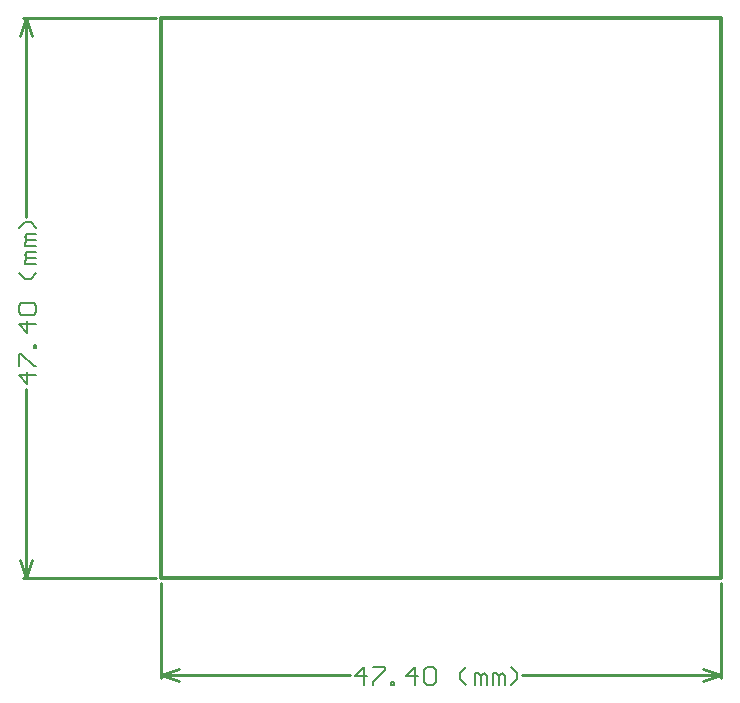
<source format=gko>
%FSLAX42Y42*%
%MOMM*%
G71*
G01*
G75*
G04 Layer_Color=16711935*
%ADD10R,1.00X1.10*%
%ADD11R,1.65X0.30*%
%ADD12R,1.10X1.00*%
%ADD13O,1.25X0.30*%
%ADD14O,0.55X1.65*%
%ADD15O,1.65X0.55*%
%ADD16R,2.15X0.40*%
%ADD17R,2.15X0.40*%
%ADD18R,4.00X10.00*%
%ADD19R,1.50X1.30*%
%ADD20O,1.80X0.60*%
%ADD21R,4.20X4.20*%
%ADD22C,0.20*%
%ADD23C,0.50*%
%ADD24C,0.40*%
%ADD25C,2.00*%
%ADD26C,0.48*%
%ADD27C,0.16*%
%ADD28C,1.00*%
%ADD29C,0.32*%
%ADD30C,0.80*%
%ADD31C,0.25*%
%ADD32C,0.15*%
%ADD33C,1.50*%
%ADD34C,1.50*%
%ADD35R,1.50X1.50*%
%ADD36C,3.81*%
%ADD37R,1.50X1.50*%
%ADD38R,1.35X1.35*%
%ADD39C,1.35*%
%ADD40R,1.35X1.35*%
%ADD41C,1.00*%
%ADD42C,0.25*%
%ADD43C,0.60*%
%ADD44C,0.20*%
%ADD45R,1.20X1.30*%
%ADD46R,1.85X0.50*%
%ADD47R,1.30X1.20*%
%ADD48O,1.45X0.50*%
%ADD49O,0.75X1.85*%
%ADD50O,1.85X0.75*%
%ADD51R,2.35X0.60*%
%ADD52R,2.35X0.60*%
%ADD53R,4.20X10.20*%
%ADD54R,1.70X1.50*%
%ADD55O,2.00X0.80*%
%ADD56R,4.40X4.40*%
%ADD57C,1.70*%
%ADD58C,1.70*%
%ADD59R,1.70X1.70*%
%ADD60C,4.01*%
%ADD61R,1.70X1.70*%
%ADD62R,1.55X1.55*%
%ADD63C,1.55*%
%ADD64R,1.55X1.55*%
%ADD65C,1.20*%
%ADD66C,0.30*%
D31*
X9950Y6909D02*
Y7710D01*
X5210Y6909D02*
Y7710D01*
X8266Y6934D02*
X9950D01*
X5210D02*
X6813D01*
X9798Y6985D02*
X9950Y6934D01*
X9798Y6883D02*
X9950Y6934D01*
X5210D02*
X5362Y6883D01*
X5210Y6934D02*
X5362Y6985D01*
X4039Y12490D02*
X5170D01*
X4039Y7750D02*
X5170D01*
X4064Y10806D02*
Y12490D01*
Y7750D02*
Y9353D01*
X4013Y12338D02*
X4064Y12490D01*
X4115Y12338D01*
X4064Y7750D02*
X4115Y7902D01*
X4013D02*
X4064Y7750D01*
D32*
X6930Y6843D02*
Y6995D01*
X6854Y6919D01*
X6955D01*
X7006Y6995D02*
X7108D01*
Y6970D01*
X7006Y6868D01*
Y6843D01*
X7158D02*
Y6868D01*
X7184D01*
Y6843D01*
X7158D01*
X7362D02*
Y6995D01*
X7285Y6919D01*
X7387D01*
X7438Y6970D02*
X7463Y6995D01*
X7514D01*
X7539Y6970D01*
Y6868D01*
X7514Y6843D01*
X7463D01*
X7438Y6868D01*
Y6970D01*
X7793Y6843D02*
X7742Y6894D01*
Y6944D01*
X7793Y6995D01*
X7869Y6843D02*
Y6944D01*
X7895D01*
X7920Y6919D01*
Y6843D01*
Y6919D01*
X7946Y6944D01*
X7971Y6919D01*
Y6843D01*
X8022D02*
Y6944D01*
X8047D01*
X8073Y6919D01*
Y6843D01*
Y6919D01*
X8098Y6944D01*
X8123Y6919D01*
Y6843D01*
X8174D02*
X8225Y6894D01*
Y6944D01*
X8174Y6995D01*
X4155Y9470D02*
X4003D01*
X4079Y9394D01*
Y9495D01*
X4003Y9546D02*
Y9648D01*
X4028D01*
X4130Y9546D01*
X4155D01*
Y9698D02*
X4130D01*
Y9724D01*
X4155D01*
Y9698D01*
Y9902D02*
X4003D01*
X4079Y9825D01*
Y9927D01*
X4028Y9978D02*
X4003Y10003D01*
Y10054D01*
X4028Y10079D01*
X4130D01*
X4155Y10054D01*
Y10003D01*
X4130Y9978D01*
X4028D01*
X4155Y10333D02*
X4105Y10282D01*
X4054D01*
X4003Y10333D01*
X4155Y10409D02*
X4054D01*
Y10435D01*
X4079Y10460D01*
X4155D01*
X4079D01*
X4054Y10486D01*
X4079Y10511D01*
X4155D01*
Y10562D02*
X4054D01*
Y10587D01*
X4079Y10613D01*
X4155D01*
X4079D01*
X4054Y10638D01*
X4079Y10663D01*
X4155D01*
Y10714D02*
X4105Y10765D01*
X4054D01*
X4003Y10714D01*
D66*
X5210Y7750D02*
X9950D01*
Y12490D01*
X5210D02*
X9950D01*
X5210Y7750D02*
Y12490D01*
M02*

</source>
